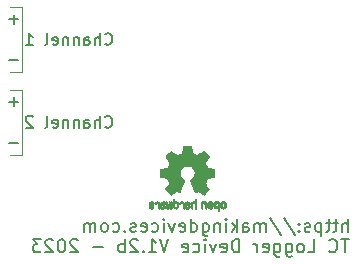
<source format=gbr>
%TF.GenerationSoftware,KiCad,Pcbnew,(5.1.12-1-g0a0a2da680)-1*%
%TF.CreationDate,2023-03-21T19:15:17+01:00*%
%TF.ProjectId,ThermoDeviceLogger,54686572-6d6f-4446-9576-6963654c6f67,rev?*%
%TF.SameCoordinates,Original*%
%TF.FileFunction,Legend,Bot*%
%TF.FilePolarity,Positive*%
%FSLAX46Y46*%
G04 Gerber Fmt 4.6, Leading zero omitted, Abs format (unit mm)*
G04 Created by KiCad (PCBNEW (5.1.12-1-g0a0a2da680)-1) date 2023-03-21 19:15:17*
%MOMM*%
%LPD*%
G01*
G04 APERTURE LIST*
%ADD10C,0.150000*%
%ADD11C,0.120000*%
%ADD12C,0.200000*%
%ADD13C,0.010000*%
G04 APERTURE END LIST*
D10*
X98047619Y-71357142D02*
X98095238Y-71404761D01*
X98238095Y-71452380D01*
X98333333Y-71452380D01*
X98476190Y-71404761D01*
X98571428Y-71309523D01*
X98619047Y-71214285D01*
X98666666Y-71023809D01*
X98666666Y-70880952D01*
X98619047Y-70690476D01*
X98571428Y-70595238D01*
X98476190Y-70500000D01*
X98333333Y-70452380D01*
X98238095Y-70452380D01*
X98095238Y-70500000D01*
X98047619Y-70547619D01*
X97619047Y-71452380D02*
X97619047Y-70452380D01*
X97190476Y-71452380D02*
X97190476Y-70928571D01*
X97238095Y-70833333D01*
X97333333Y-70785714D01*
X97476190Y-70785714D01*
X97571428Y-70833333D01*
X97619047Y-70880952D01*
X96285714Y-71452380D02*
X96285714Y-70928571D01*
X96333333Y-70833333D01*
X96428571Y-70785714D01*
X96619047Y-70785714D01*
X96714285Y-70833333D01*
X96285714Y-71404761D02*
X96380952Y-71452380D01*
X96619047Y-71452380D01*
X96714285Y-71404761D01*
X96761904Y-71309523D01*
X96761904Y-71214285D01*
X96714285Y-71119047D01*
X96619047Y-71071428D01*
X96380952Y-71071428D01*
X96285714Y-71023809D01*
X95809523Y-70785714D02*
X95809523Y-71452380D01*
X95809523Y-70880952D02*
X95761904Y-70833333D01*
X95666666Y-70785714D01*
X95523809Y-70785714D01*
X95428571Y-70833333D01*
X95380952Y-70928571D01*
X95380952Y-71452380D01*
X94904761Y-70785714D02*
X94904761Y-71452380D01*
X94904761Y-70880952D02*
X94857142Y-70833333D01*
X94761904Y-70785714D01*
X94619047Y-70785714D01*
X94523809Y-70833333D01*
X94476190Y-70928571D01*
X94476190Y-71452380D01*
X93619047Y-71404761D02*
X93714285Y-71452380D01*
X93904761Y-71452380D01*
X94000000Y-71404761D01*
X94047619Y-71309523D01*
X94047619Y-70928571D01*
X94000000Y-70833333D01*
X93904761Y-70785714D01*
X93714285Y-70785714D01*
X93619047Y-70833333D01*
X93571428Y-70928571D01*
X93571428Y-71023809D01*
X94047619Y-71119047D01*
X93000000Y-71452380D02*
X93095238Y-71404761D01*
X93142857Y-71309523D01*
X93142857Y-70452380D01*
X91904761Y-70547619D02*
X91857142Y-70500000D01*
X91761904Y-70452380D01*
X91523809Y-70452380D01*
X91428571Y-70500000D01*
X91380952Y-70547619D01*
X91333333Y-70642857D01*
X91333333Y-70738095D01*
X91380952Y-70880952D01*
X91952380Y-71452380D01*
X91333333Y-71452380D01*
X98047619Y-64357142D02*
X98095238Y-64404761D01*
X98238095Y-64452380D01*
X98333333Y-64452380D01*
X98476190Y-64404761D01*
X98571428Y-64309523D01*
X98619047Y-64214285D01*
X98666666Y-64023809D01*
X98666666Y-63880952D01*
X98619047Y-63690476D01*
X98571428Y-63595238D01*
X98476190Y-63500000D01*
X98333333Y-63452380D01*
X98238095Y-63452380D01*
X98095238Y-63500000D01*
X98047619Y-63547619D01*
X97619047Y-64452380D02*
X97619047Y-63452380D01*
X97190476Y-64452380D02*
X97190476Y-63928571D01*
X97238095Y-63833333D01*
X97333333Y-63785714D01*
X97476190Y-63785714D01*
X97571428Y-63833333D01*
X97619047Y-63880952D01*
X96285714Y-64452380D02*
X96285714Y-63928571D01*
X96333333Y-63833333D01*
X96428571Y-63785714D01*
X96619047Y-63785714D01*
X96714285Y-63833333D01*
X96285714Y-64404761D02*
X96380952Y-64452380D01*
X96619047Y-64452380D01*
X96714285Y-64404761D01*
X96761904Y-64309523D01*
X96761904Y-64214285D01*
X96714285Y-64119047D01*
X96619047Y-64071428D01*
X96380952Y-64071428D01*
X96285714Y-64023809D01*
X95809523Y-63785714D02*
X95809523Y-64452380D01*
X95809523Y-63880952D02*
X95761904Y-63833333D01*
X95666666Y-63785714D01*
X95523809Y-63785714D01*
X95428571Y-63833333D01*
X95380952Y-63928571D01*
X95380952Y-64452380D01*
X94904761Y-63785714D02*
X94904761Y-64452380D01*
X94904761Y-63880952D02*
X94857142Y-63833333D01*
X94761904Y-63785714D01*
X94619047Y-63785714D01*
X94523809Y-63833333D01*
X94476190Y-63928571D01*
X94476190Y-64452380D01*
X93619047Y-64404761D02*
X93714285Y-64452380D01*
X93904761Y-64452380D01*
X94000000Y-64404761D01*
X94047619Y-64309523D01*
X94047619Y-63928571D01*
X94000000Y-63833333D01*
X93904761Y-63785714D01*
X93714285Y-63785714D01*
X93619047Y-63833333D01*
X93571428Y-63928571D01*
X93571428Y-64023809D01*
X94047619Y-64119047D01*
X93000000Y-64452380D02*
X93095238Y-64404761D01*
X93142857Y-64309523D01*
X93142857Y-63452380D01*
X91333333Y-64452380D02*
X91904761Y-64452380D01*
X91619047Y-64452380D02*
X91619047Y-63452380D01*
X91714285Y-63595238D01*
X91809523Y-63690476D01*
X91904761Y-63738095D01*
D11*
X91000000Y-73750000D02*
X90000000Y-73750000D01*
X91000000Y-68250000D02*
X91000000Y-73750000D01*
X90000000Y-68250000D02*
X91000000Y-68250000D01*
X91000000Y-66750000D02*
X90000000Y-66750000D01*
X91000000Y-61250000D02*
X91000000Y-66750000D01*
X90000000Y-61250000D02*
X91000000Y-61250000D01*
D10*
X90710952Y-72751428D02*
X89949047Y-72751428D01*
X90710952Y-69254760D02*
X89949047Y-69254760D01*
X90330000Y-69635712D02*
X90330000Y-68873808D01*
X90710952Y-62261428D02*
X89949047Y-62261428D01*
X90330000Y-62642380D02*
X90330000Y-61880476D01*
X90710952Y-65758094D02*
X89949047Y-65758094D01*
D12*
X118607142Y-80267619D02*
X118607142Y-79167619D01*
X118135714Y-80267619D02*
X118135714Y-79691428D01*
X118188095Y-79586666D01*
X118292857Y-79534285D01*
X118450000Y-79534285D01*
X118554761Y-79586666D01*
X118607142Y-79639047D01*
X117769047Y-79534285D02*
X117350000Y-79534285D01*
X117611904Y-79167619D02*
X117611904Y-80110476D01*
X117559523Y-80215238D01*
X117454761Y-80267619D01*
X117350000Y-80267619D01*
X117140476Y-79534285D02*
X116721428Y-79534285D01*
X116983333Y-79167619D02*
X116983333Y-80110476D01*
X116930952Y-80215238D01*
X116826190Y-80267619D01*
X116721428Y-80267619D01*
X116354761Y-79534285D02*
X116354761Y-80634285D01*
X116354761Y-79586666D02*
X116250000Y-79534285D01*
X116040476Y-79534285D01*
X115935714Y-79586666D01*
X115883333Y-79639047D01*
X115830952Y-79743809D01*
X115830952Y-80058095D01*
X115883333Y-80162857D01*
X115935714Y-80215238D01*
X116040476Y-80267619D01*
X116250000Y-80267619D01*
X116354761Y-80215238D01*
X115411904Y-80215238D02*
X115307142Y-80267619D01*
X115097619Y-80267619D01*
X114992857Y-80215238D01*
X114940476Y-80110476D01*
X114940476Y-80058095D01*
X114992857Y-79953333D01*
X115097619Y-79900952D01*
X115254761Y-79900952D01*
X115359523Y-79848571D01*
X115411904Y-79743809D01*
X115411904Y-79691428D01*
X115359523Y-79586666D01*
X115254761Y-79534285D01*
X115097619Y-79534285D01*
X114992857Y-79586666D01*
X114469047Y-80162857D02*
X114416666Y-80215238D01*
X114469047Y-80267619D01*
X114521428Y-80215238D01*
X114469047Y-80162857D01*
X114469047Y-80267619D01*
X114469047Y-79586666D02*
X114416666Y-79639047D01*
X114469047Y-79691428D01*
X114521428Y-79639047D01*
X114469047Y-79586666D01*
X114469047Y-79691428D01*
X113159523Y-79115238D02*
X114102380Y-80529523D01*
X112007142Y-79115238D02*
X112950000Y-80529523D01*
X111640476Y-80267619D02*
X111640476Y-79534285D01*
X111640476Y-79639047D02*
X111588095Y-79586666D01*
X111483333Y-79534285D01*
X111326190Y-79534285D01*
X111221428Y-79586666D01*
X111169047Y-79691428D01*
X111169047Y-80267619D01*
X111169047Y-79691428D02*
X111116666Y-79586666D01*
X111011904Y-79534285D01*
X110854761Y-79534285D01*
X110750000Y-79586666D01*
X110697619Y-79691428D01*
X110697619Y-80267619D01*
X109702380Y-80267619D02*
X109702380Y-79691428D01*
X109754761Y-79586666D01*
X109859523Y-79534285D01*
X110069047Y-79534285D01*
X110173809Y-79586666D01*
X109702380Y-80215238D02*
X109807142Y-80267619D01*
X110069047Y-80267619D01*
X110173809Y-80215238D01*
X110226190Y-80110476D01*
X110226190Y-80005714D01*
X110173809Y-79900952D01*
X110069047Y-79848571D01*
X109807142Y-79848571D01*
X109702380Y-79796190D01*
X109178571Y-80267619D02*
X109178571Y-79167619D01*
X109073809Y-79848571D02*
X108759523Y-80267619D01*
X108759523Y-79534285D02*
X109178571Y-79953333D01*
X108288095Y-80267619D02*
X108288095Y-79534285D01*
X108288095Y-79167619D02*
X108340476Y-79220000D01*
X108288095Y-79272380D01*
X108235714Y-79220000D01*
X108288095Y-79167619D01*
X108288095Y-79272380D01*
X107764285Y-79534285D02*
X107764285Y-80267619D01*
X107764285Y-79639047D02*
X107711904Y-79586666D01*
X107607142Y-79534285D01*
X107450000Y-79534285D01*
X107345238Y-79586666D01*
X107292857Y-79691428D01*
X107292857Y-80267619D01*
X106297619Y-79534285D02*
X106297619Y-80424761D01*
X106350000Y-80529523D01*
X106402380Y-80581904D01*
X106507142Y-80634285D01*
X106664285Y-80634285D01*
X106769047Y-80581904D01*
X106297619Y-80215238D02*
X106402380Y-80267619D01*
X106611904Y-80267619D01*
X106716666Y-80215238D01*
X106769047Y-80162857D01*
X106821428Y-80058095D01*
X106821428Y-79743809D01*
X106769047Y-79639047D01*
X106716666Y-79586666D01*
X106611904Y-79534285D01*
X106402380Y-79534285D01*
X106297619Y-79586666D01*
X105302380Y-80267619D02*
X105302380Y-79167619D01*
X105302380Y-80215238D02*
X105407142Y-80267619D01*
X105616666Y-80267619D01*
X105721428Y-80215238D01*
X105773809Y-80162857D01*
X105826190Y-80058095D01*
X105826190Y-79743809D01*
X105773809Y-79639047D01*
X105721428Y-79586666D01*
X105616666Y-79534285D01*
X105407142Y-79534285D01*
X105302380Y-79586666D01*
X104359523Y-80215238D02*
X104464285Y-80267619D01*
X104673809Y-80267619D01*
X104778571Y-80215238D01*
X104830952Y-80110476D01*
X104830952Y-79691428D01*
X104778571Y-79586666D01*
X104673809Y-79534285D01*
X104464285Y-79534285D01*
X104359523Y-79586666D01*
X104307142Y-79691428D01*
X104307142Y-79796190D01*
X104830952Y-79900952D01*
X103940476Y-79534285D02*
X103678571Y-80267619D01*
X103416666Y-79534285D01*
X102997619Y-80267619D02*
X102997619Y-79534285D01*
X102997619Y-79167619D02*
X103050000Y-79220000D01*
X102997619Y-79272380D01*
X102945238Y-79220000D01*
X102997619Y-79167619D01*
X102997619Y-79272380D01*
X102002380Y-80215238D02*
X102107142Y-80267619D01*
X102316666Y-80267619D01*
X102421428Y-80215238D01*
X102473809Y-80162857D01*
X102526190Y-80058095D01*
X102526190Y-79743809D01*
X102473809Y-79639047D01*
X102421428Y-79586666D01*
X102316666Y-79534285D01*
X102107142Y-79534285D01*
X102002380Y-79586666D01*
X101111904Y-80215238D02*
X101216666Y-80267619D01*
X101426190Y-80267619D01*
X101530952Y-80215238D01*
X101583333Y-80110476D01*
X101583333Y-79691428D01*
X101530952Y-79586666D01*
X101426190Y-79534285D01*
X101216666Y-79534285D01*
X101111904Y-79586666D01*
X101059523Y-79691428D01*
X101059523Y-79796190D01*
X101583333Y-79900952D01*
X100640476Y-80215238D02*
X100535714Y-80267619D01*
X100326190Y-80267619D01*
X100221428Y-80215238D01*
X100169047Y-80110476D01*
X100169047Y-80058095D01*
X100221428Y-79953333D01*
X100326190Y-79900952D01*
X100483333Y-79900952D01*
X100588095Y-79848571D01*
X100640476Y-79743809D01*
X100640476Y-79691428D01*
X100588095Y-79586666D01*
X100483333Y-79534285D01*
X100326190Y-79534285D01*
X100221428Y-79586666D01*
X99697619Y-80162857D02*
X99645238Y-80215238D01*
X99697619Y-80267619D01*
X99750000Y-80215238D01*
X99697619Y-80162857D01*
X99697619Y-80267619D01*
X98702380Y-80215238D02*
X98807142Y-80267619D01*
X99016666Y-80267619D01*
X99121428Y-80215238D01*
X99173809Y-80162857D01*
X99226190Y-80058095D01*
X99226190Y-79743809D01*
X99173809Y-79639047D01*
X99121428Y-79586666D01*
X99016666Y-79534285D01*
X98807142Y-79534285D01*
X98702380Y-79586666D01*
X98073809Y-80267619D02*
X98178571Y-80215238D01*
X98230952Y-80162857D01*
X98283333Y-80058095D01*
X98283333Y-79743809D01*
X98230952Y-79639047D01*
X98178571Y-79586666D01*
X98073809Y-79534285D01*
X97916666Y-79534285D01*
X97811904Y-79586666D01*
X97759523Y-79639047D01*
X97707142Y-79743809D01*
X97707142Y-80058095D01*
X97759523Y-80162857D01*
X97811904Y-80215238D01*
X97916666Y-80267619D01*
X98073809Y-80267619D01*
X97235714Y-80267619D02*
X97235714Y-79534285D01*
X97235714Y-79639047D02*
X97183333Y-79586666D01*
X97078571Y-79534285D01*
X96921428Y-79534285D01*
X96816666Y-79586666D01*
X96764285Y-79691428D01*
X96764285Y-80267619D01*
X96764285Y-79691428D02*
X96711904Y-79586666D01*
X96607142Y-79534285D01*
X96450000Y-79534285D01*
X96345238Y-79586666D01*
X96292857Y-79691428D01*
X96292857Y-80267619D01*
X118659523Y-80897619D02*
X118030952Y-80897619D01*
X118345238Y-81997619D02*
X118345238Y-80897619D01*
X117035714Y-81892857D02*
X117088095Y-81945238D01*
X117245238Y-81997619D01*
X117350000Y-81997619D01*
X117507142Y-81945238D01*
X117611904Y-81840476D01*
X117664285Y-81735714D01*
X117716666Y-81526190D01*
X117716666Y-81369047D01*
X117664285Y-81159523D01*
X117611904Y-81054761D01*
X117507142Y-80950000D01*
X117350000Y-80897619D01*
X117245238Y-80897619D01*
X117088095Y-80950000D01*
X117035714Y-81002380D01*
X115202380Y-81997619D02*
X115726190Y-81997619D01*
X115726190Y-80897619D01*
X114678571Y-81997619D02*
X114783333Y-81945238D01*
X114835714Y-81892857D01*
X114888095Y-81788095D01*
X114888095Y-81473809D01*
X114835714Y-81369047D01*
X114783333Y-81316666D01*
X114678571Y-81264285D01*
X114521428Y-81264285D01*
X114416666Y-81316666D01*
X114364285Y-81369047D01*
X114311904Y-81473809D01*
X114311904Y-81788095D01*
X114364285Y-81892857D01*
X114416666Y-81945238D01*
X114521428Y-81997619D01*
X114678571Y-81997619D01*
X113369047Y-81264285D02*
X113369047Y-82154761D01*
X113421428Y-82259523D01*
X113473809Y-82311904D01*
X113578571Y-82364285D01*
X113735714Y-82364285D01*
X113840476Y-82311904D01*
X113369047Y-81945238D02*
X113473809Y-81997619D01*
X113683333Y-81997619D01*
X113788095Y-81945238D01*
X113840476Y-81892857D01*
X113892857Y-81788095D01*
X113892857Y-81473809D01*
X113840476Y-81369047D01*
X113788095Y-81316666D01*
X113683333Y-81264285D01*
X113473809Y-81264285D01*
X113369047Y-81316666D01*
X112373809Y-81264285D02*
X112373809Y-82154761D01*
X112426190Y-82259523D01*
X112478571Y-82311904D01*
X112583333Y-82364285D01*
X112740476Y-82364285D01*
X112845238Y-82311904D01*
X112373809Y-81945238D02*
X112478571Y-81997619D01*
X112688095Y-81997619D01*
X112792857Y-81945238D01*
X112845238Y-81892857D01*
X112897619Y-81788095D01*
X112897619Y-81473809D01*
X112845238Y-81369047D01*
X112792857Y-81316666D01*
X112688095Y-81264285D01*
X112478571Y-81264285D01*
X112373809Y-81316666D01*
X111430952Y-81945238D02*
X111535714Y-81997619D01*
X111745238Y-81997619D01*
X111850000Y-81945238D01*
X111902380Y-81840476D01*
X111902380Y-81421428D01*
X111850000Y-81316666D01*
X111745238Y-81264285D01*
X111535714Y-81264285D01*
X111430952Y-81316666D01*
X111378571Y-81421428D01*
X111378571Y-81526190D01*
X111902380Y-81630952D01*
X110907142Y-81997619D02*
X110907142Y-81264285D01*
X110907142Y-81473809D02*
X110854761Y-81369047D01*
X110802380Y-81316666D01*
X110697619Y-81264285D01*
X110592857Y-81264285D01*
X109388095Y-81997619D02*
X109388095Y-80897619D01*
X109126190Y-80897619D01*
X108969047Y-80950000D01*
X108864285Y-81054761D01*
X108811904Y-81159523D01*
X108759523Y-81369047D01*
X108759523Y-81526190D01*
X108811904Y-81735714D01*
X108864285Y-81840476D01*
X108969047Y-81945238D01*
X109126190Y-81997619D01*
X109388095Y-81997619D01*
X107869047Y-81945238D02*
X107973809Y-81997619D01*
X108183333Y-81997619D01*
X108288095Y-81945238D01*
X108340476Y-81840476D01*
X108340476Y-81421428D01*
X108288095Y-81316666D01*
X108183333Y-81264285D01*
X107973809Y-81264285D01*
X107869047Y-81316666D01*
X107816666Y-81421428D01*
X107816666Y-81526190D01*
X108340476Y-81630952D01*
X107450000Y-81264285D02*
X107188095Y-81997619D01*
X106926190Y-81264285D01*
X106507142Y-81997619D02*
X106507142Y-81264285D01*
X106507142Y-80897619D02*
X106559523Y-80950000D01*
X106507142Y-81002380D01*
X106454761Y-80950000D01*
X106507142Y-80897619D01*
X106507142Y-81002380D01*
X105511904Y-81945238D02*
X105616666Y-81997619D01*
X105826190Y-81997619D01*
X105930952Y-81945238D01*
X105983333Y-81892857D01*
X106035714Y-81788095D01*
X106035714Y-81473809D01*
X105983333Y-81369047D01*
X105930952Y-81316666D01*
X105826190Y-81264285D01*
X105616666Y-81264285D01*
X105511904Y-81316666D01*
X104621428Y-81945238D02*
X104726190Y-81997619D01*
X104935714Y-81997619D01*
X105040476Y-81945238D01*
X105092857Y-81840476D01*
X105092857Y-81421428D01*
X105040476Y-81316666D01*
X104935714Y-81264285D01*
X104726190Y-81264285D01*
X104621428Y-81316666D01*
X104569047Y-81421428D01*
X104569047Y-81526190D01*
X105092857Y-81630952D01*
X103416666Y-80897619D02*
X103049999Y-81997619D01*
X102683333Y-80897619D01*
X101740476Y-81997619D02*
X102369047Y-81997619D01*
X102054761Y-81997619D02*
X102054761Y-80897619D01*
X102159523Y-81054761D01*
X102264285Y-81159523D01*
X102369047Y-81211904D01*
X101269047Y-81892857D02*
X101216666Y-81945238D01*
X101269047Y-81997619D01*
X101321428Y-81945238D01*
X101269047Y-81892857D01*
X101269047Y-81997619D01*
X100797619Y-81002380D02*
X100745238Y-80950000D01*
X100640476Y-80897619D01*
X100378571Y-80897619D01*
X100273809Y-80950000D01*
X100221428Y-81002380D01*
X100169047Y-81107142D01*
X100169047Y-81211904D01*
X100221428Y-81369047D01*
X100849999Y-81997619D01*
X100169047Y-81997619D01*
X99697619Y-81997619D02*
X99697619Y-80897619D01*
X99697619Y-81316666D02*
X99592857Y-81264285D01*
X99383333Y-81264285D01*
X99278571Y-81316666D01*
X99226190Y-81369047D01*
X99173809Y-81473809D01*
X99173809Y-81788095D01*
X99226190Y-81892857D01*
X99278571Y-81945238D01*
X99383333Y-81997619D01*
X99592857Y-81997619D01*
X99697619Y-81945238D01*
X97864285Y-81578571D02*
X97026190Y-81578571D01*
X95716666Y-81002380D02*
X95664285Y-80950000D01*
X95559523Y-80897619D01*
X95297619Y-80897619D01*
X95192857Y-80950000D01*
X95140476Y-81002380D01*
X95088095Y-81107142D01*
X95088095Y-81211904D01*
X95140476Y-81369047D01*
X95769047Y-81997619D01*
X95088095Y-81997619D01*
X94407142Y-80897619D02*
X94302380Y-80897619D01*
X94197619Y-80950000D01*
X94145238Y-81002380D01*
X94092857Y-81107142D01*
X94040476Y-81316666D01*
X94040476Y-81578571D01*
X94092857Y-81788095D01*
X94145238Y-81892857D01*
X94197619Y-81945238D01*
X94302380Y-81997619D01*
X94407142Y-81997619D01*
X94511904Y-81945238D01*
X94564285Y-81892857D01*
X94616666Y-81788095D01*
X94669047Y-81578571D01*
X94669047Y-81316666D01*
X94616666Y-81107142D01*
X94564285Y-81002380D01*
X94511904Y-80950000D01*
X94407142Y-80897619D01*
X93621428Y-81002380D02*
X93569047Y-80950000D01*
X93464285Y-80897619D01*
X93202380Y-80897619D01*
X93097619Y-80950000D01*
X93045238Y-81002380D01*
X92992857Y-81107142D01*
X92992857Y-81211904D01*
X93045238Y-81369047D01*
X93673809Y-81997619D01*
X92992857Y-81997619D01*
X92626190Y-80897619D02*
X91945238Y-80897619D01*
X92311904Y-81316666D01*
X92154761Y-81316666D01*
X92049999Y-81369047D01*
X91997619Y-81421428D01*
X91945238Y-81526190D01*
X91945238Y-81788095D01*
X91997619Y-81892857D01*
X92049999Y-81945238D01*
X92154761Y-81997619D01*
X92469047Y-81997619D01*
X92573809Y-81945238D01*
X92626190Y-81892857D01*
D13*
%TO.C,REF\u002A\u002A*%
G36*
X104896090Y-72992348D02*
G01*
X104817546Y-72992778D01*
X104760702Y-72993942D01*
X104721895Y-72996207D01*
X104697462Y-72999940D01*
X104683738Y-73005506D01*
X104677060Y-73013273D01*
X104673764Y-73023605D01*
X104673444Y-73024943D01*
X104668438Y-73049079D01*
X104659171Y-73096701D01*
X104646608Y-73162741D01*
X104631713Y-73242128D01*
X104615449Y-73329796D01*
X104614881Y-73332875D01*
X104598590Y-73418789D01*
X104583348Y-73494696D01*
X104570139Y-73556045D01*
X104559946Y-73598282D01*
X104553752Y-73616855D01*
X104553457Y-73617184D01*
X104535212Y-73626253D01*
X104497595Y-73641367D01*
X104448729Y-73659262D01*
X104448457Y-73659358D01*
X104386907Y-73682493D01*
X104314343Y-73711965D01*
X104245943Y-73741597D01*
X104242706Y-73743062D01*
X104131298Y-73793626D01*
X103884601Y-73625160D01*
X103808923Y-73573803D01*
X103740369Y-73527889D01*
X103682912Y-73490030D01*
X103640524Y-73462837D01*
X103617175Y-73448921D01*
X103614958Y-73447889D01*
X103597990Y-73452484D01*
X103566299Y-73474655D01*
X103518648Y-73515447D01*
X103453802Y-73575905D01*
X103387603Y-73640227D01*
X103323786Y-73703612D01*
X103266671Y-73761451D01*
X103219695Y-73810175D01*
X103186297Y-73846210D01*
X103169915Y-73865984D01*
X103169306Y-73867002D01*
X103167495Y-73880572D01*
X103174317Y-73902733D01*
X103191460Y-73936478D01*
X103220607Y-73984800D01*
X103263445Y-74050692D01*
X103320552Y-74135517D01*
X103371234Y-74210177D01*
X103416539Y-74277140D01*
X103453850Y-74332516D01*
X103480548Y-74372420D01*
X103494015Y-74392962D01*
X103494863Y-74394356D01*
X103493219Y-74414038D01*
X103480755Y-74452293D01*
X103459952Y-74501889D01*
X103452538Y-74517728D01*
X103420186Y-74588290D01*
X103385672Y-74668353D01*
X103357635Y-74737629D01*
X103337432Y-74789045D01*
X103321385Y-74828119D01*
X103312112Y-74848541D01*
X103310959Y-74850114D01*
X103293904Y-74852721D01*
X103253702Y-74859863D01*
X103195698Y-74870523D01*
X103125237Y-74883685D01*
X103047665Y-74898333D01*
X102968328Y-74913449D01*
X102892569Y-74928018D01*
X102825736Y-74941022D01*
X102773172Y-74951445D01*
X102740224Y-74958270D01*
X102732143Y-74960199D01*
X102723795Y-74964962D01*
X102717494Y-74975718D01*
X102712955Y-74996098D01*
X102709896Y-75029734D01*
X102708033Y-75080255D01*
X102707082Y-75151292D01*
X102706760Y-75246476D01*
X102706743Y-75285492D01*
X102706743Y-75602799D01*
X102782943Y-75617839D01*
X102825337Y-75625995D01*
X102888600Y-75637899D01*
X102965038Y-75652116D01*
X103046957Y-75667210D01*
X103069600Y-75671355D01*
X103145194Y-75686053D01*
X103211047Y-75700505D01*
X103261634Y-75713375D01*
X103291426Y-75723322D01*
X103296388Y-75726287D01*
X103308574Y-75747283D01*
X103326047Y-75787967D01*
X103345423Y-75840322D01*
X103349266Y-75851600D01*
X103374661Y-75921523D01*
X103406183Y-76000418D01*
X103437031Y-76071266D01*
X103437183Y-76071595D01*
X103488553Y-76182733D01*
X103319601Y-76431253D01*
X103150648Y-76679772D01*
X103367571Y-76897058D01*
X103433181Y-76961726D01*
X103493021Y-77018733D01*
X103543733Y-77065033D01*
X103581954Y-77097584D01*
X103604325Y-77113343D01*
X103607534Y-77114343D01*
X103626374Y-77106469D01*
X103664820Y-77084578D01*
X103718670Y-77051267D01*
X103783724Y-77009131D01*
X103854060Y-76961943D01*
X103925445Y-76913810D01*
X103989092Y-76871928D01*
X104040959Y-76838871D01*
X104077005Y-76817218D01*
X104093133Y-76809543D01*
X104112811Y-76816037D01*
X104150125Y-76833150D01*
X104197379Y-76857326D01*
X104202388Y-76860013D01*
X104266023Y-76891927D01*
X104309659Y-76907579D01*
X104336798Y-76907745D01*
X104350943Y-76893204D01*
X104351025Y-76893000D01*
X104358095Y-76875779D01*
X104374958Y-76834899D01*
X104400305Y-76773525D01*
X104432829Y-76694819D01*
X104471222Y-76601947D01*
X104514178Y-76498072D01*
X104555778Y-76397502D01*
X104601496Y-76286516D01*
X104643474Y-76183703D01*
X104680452Y-76092215D01*
X104711173Y-76015201D01*
X104734378Y-75955815D01*
X104748810Y-75917209D01*
X104753257Y-75902800D01*
X104742104Y-75886272D01*
X104712931Y-75859930D01*
X104674029Y-75830887D01*
X104563243Y-75739039D01*
X104476649Y-75633759D01*
X104415284Y-75517266D01*
X104380185Y-75391776D01*
X104372392Y-75259507D01*
X104378057Y-75198457D01*
X104408922Y-75071795D01*
X104462080Y-74959941D01*
X104534233Y-74864001D01*
X104622083Y-74785076D01*
X104722335Y-74724270D01*
X104831690Y-74682687D01*
X104946853Y-74661428D01*
X105064525Y-74661599D01*
X105181410Y-74684301D01*
X105294211Y-74730638D01*
X105399631Y-74801713D01*
X105443632Y-74841911D01*
X105528021Y-74945129D01*
X105586778Y-75057925D01*
X105620296Y-75177010D01*
X105628965Y-75299095D01*
X105613177Y-75420893D01*
X105573322Y-75539116D01*
X105509793Y-75650475D01*
X105422979Y-75751684D01*
X105325971Y-75830887D01*
X105285563Y-75861162D01*
X105257018Y-75887219D01*
X105246743Y-75902825D01*
X105252123Y-75919843D01*
X105267425Y-75960500D01*
X105291388Y-76021642D01*
X105322756Y-76100119D01*
X105360268Y-76192780D01*
X105402667Y-76296472D01*
X105444337Y-76397526D01*
X105490310Y-76508607D01*
X105532893Y-76611541D01*
X105570779Y-76703165D01*
X105602660Y-76780316D01*
X105627229Y-76839831D01*
X105643180Y-76878544D01*
X105649090Y-76893000D01*
X105663052Y-76907685D01*
X105690060Y-76907642D01*
X105733587Y-76892099D01*
X105797110Y-76860284D01*
X105797612Y-76860013D01*
X105845440Y-76835323D01*
X105884103Y-76817338D01*
X105905905Y-76809614D01*
X105906867Y-76809543D01*
X105923279Y-76817378D01*
X105959513Y-76839165D01*
X106011526Y-76872328D01*
X106075275Y-76914291D01*
X106145940Y-76961943D01*
X106217884Y-77010191D01*
X106282726Y-77052151D01*
X106336265Y-77085227D01*
X106374303Y-77106821D01*
X106392467Y-77114343D01*
X106409192Y-77104457D01*
X106442820Y-77076826D01*
X106489990Y-77034495D01*
X106547342Y-76980505D01*
X106611516Y-76917899D01*
X106632503Y-76896983D01*
X106849501Y-76679623D01*
X106684332Y-76437220D01*
X106634136Y-76362781D01*
X106590081Y-76295972D01*
X106554638Y-76240665D01*
X106530281Y-76200729D01*
X106519478Y-76180036D01*
X106519162Y-76178563D01*
X106524857Y-76159058D01*
X106540174Y-76119822D01*
X106562463Y-76067430D01*
X106578107Y-76032355D01*
X106607359Y-75965201D01*
X106634906Y-75897358D01*
X106656263Y-75840034D01*
X106662065Y-75822572D01*
X106678548Y-75775938D01*
X106694660Y-75739905D01*
X106703510Y-75726287D01*
X106723040Y-75717952D01*
X106765666Y-75706137D01*
X106825855Y-75692181D01*
X106898078Y-75677422D01*
X106930400Y-75671355D01*
X107012478Y-75656273D01*
X107091205Y-75641669D01*
X107158891Y-75628980D01*
X107207840Y-75619642D01*
X107217057Y-75617839D01*
X107293257Y-75602799D01*
X107293257Y-75285492D01*
X107293086Y-75181154D01*
X107292384Y-75102213D01*
X107290866Y-75045038D01*
X107288251Y-75005999D01*
X107284254Y-74981465D01*
X107278591Y-74967805D01*
X107270980Y-74961389D01*
X107267857Y-74960199D01*
X107249022Y-74955980D01*
X107207412Y-74947562D01*
X107148370Y-74935961D01*
X107077243Y-74922195D01*
X106999375Y-74907280D01*
X106920113Y-74892232D01*
X106844802Y-74878069D01*
X106778787Y-74865806D01*
X106727413Y-74856461D01*
X106696025Y-74851050D01*
X106689041Y-74850114D01*
X106682715Y-74837596D01*
X106668710Y-74804246D01*
X106649645Y-74756377D01*
X106642366Y-74737629D01*
X106613004Y-74665195D01*
X106578429Y-74585170D01*
X106547463Y-74517728D01*
X106524677Y-74466159D01*
X106509518Y-74423785D01*
X106504458Y-74397834D01*
X106505264Y-74394356D01*
X106515959Y-74377936D01*
X106540380Y-74341417D01*
X106575905Y-74288687D01*
X106619913Y-74223635D01*
X106669783Y-74150151D01*
X106679644Y-74135645D01*
X106737508Y-74049704D01*
X106780044Y-73984261D01*
X106808946Y-73936304D01*
X106825910Y-73902820D01*
X106832633Y-73880795D01*
X106830810Y-73867217D01*
X106830764Y-73867131D01*
X106816414Y-73849297D01*
X106784677Y-73814817D01*
X106738990Y-73767268D01*
X106682796Y-73710222D01*
X106619532Y-73647255D01*
X106612398Y-73640227D01*
X106532670Y-73563020D01*
X106471143Y-73506330D01*
X106426579Y-73469110D01*
X106397743Y-73450315D01*
X106385042Y-73447889D01*
X106366506Y-73458471D01*
X106328039Y-73482916D01*
X106273614Y-73518612D01*
X106207202Y-73562947D01*
X106132775Y-73613311D01*
X106115399Y-73625160D01*
X105868703Y-73793626D01*
X105757294Y-73743062D01*
X105689543Y-73713595D01*
X105616817Y-73683959D01*
X105554297Y-73660330D01*
X105551543Y-73659358D01*
X105502640Y-73641457D01*
X105464943Y-73626320D01*
X105446575Y-73617210D01*
X105446544Y-73617184D01*
X105440715Y-73600717D01*
X105430808Y-73560219D01*
X105417805Y-73500242D01*
X105402691Y-73425340D01*
X105386448Y-73340064D01*
X105385119Y-73332875D01*
X105368825Y-73245014D01*
X105353867Y-73165260D01*
X105341209Y-73098681D01*
X105331814Y-73050347D01*
X105326646Y-73025325D01*
X105326556Y-73024943D01*
X105323411Y-73014299D01*
X105317296Y-73006262D01*
X105304547Y-73000467D01*
X105281500Y-72996547D01*
X105244491Y-72994135D01*
X105189856Y-72992865D01*
X105113933Y-72992371D01*
X105013056Y-72992286D01*
X105000000Y-72992286D01*
X104896090Y-72992348D01*
G37*
X104896090Y-72992348D02*
X104817546Y-72992778D01*
X104760702Y-72993942D01*
X104721895Y-72996207D01*
X104697462Y-72999940D01*
X104683738Y-73005506D01*
X104677060Y-73013273D01*
X104673764Y-73023605D01*
X104673444Y-73024943D01*
X104668438Y-73049079D01*
X104659171Y-73096701D01*
X104646608Y-73162741D01*
X104631713Y-73242128D01*
X104615449Y-73329796D01*
X104614881Y-73332875D01*
X104598590Y-73418789D01*
X104583348Y-73494696D01*
X104570139Y-73556045D01*
X104559946Y-73598282D01*
X104553752Y-73616855D01*
X104553457Y-73617184D01*
X104535212Y-73626253D01*
X104497595Y-73641367D01*
X104448729Y-73659262D01*
X104448457Y-73659358D01*
X104386907Y-73682493D01*
X104314343Y-73711965D01*
X104245943Y-73741597D01*
X104242706Y-73743062D01*
X104131298Y-73793626D01*
X103884601Y-73625160D01*
X103808923Y-73573803D01*
X103740369Y-73527889D01*
X103682912Y-73490030D01*
X103640524Y-73462837D01*
X103617175Y-73448921D01*
X103614958Y-73447889D01*
X103597990Y-73452484D01*
X103566299Y-73474655D01*
X103518648Y-73515447D01*
X103453802Y-73575905D01*
X103387603Y-73640227D01*
X103323786Y-73703612D01*
X103266671Y-73761451D01*
X103219695Y-73810175D01*
X103186297Y-73846210D01*
X103169915Y-73865984D01*
X103169306Y-73867002D01*
X103167495Y-73880572D01*
X103174317Y-73902733D01*
X103191460Y-73936478D01*
X103220607Y-73984800D01*
X103263445Y-74050692D01*
X103320552Y-74135517D01*
X103371234Y-74210177D01*
X103416539Y-74277140D01*
X103453850Y-74332516D01*
X103480548Y-74372420D01*
X103494015Y-74392962D01*
X103494863Y-74394356D01*
X103493219Y-74414038D01*
X103480755Y-74452293D01*
X103459952Y-74501889D01*
X103452538Y-74517728D01*
X103420186Y-74588290D01*
X103385672Y-74668353D01*
X103357635Y-74737629D01*
X103337432Y-74789045D01*
X103321385Y-74828119D01*
X103312112Y-74848541D01*
X103310959Y-74850114D01*
X103293904Y-74852721D01*
X103253702Y-74859863D01*
X103195698Y-74870523D01*
X103125237Y-74883685D01*
X103047665Y-74898333D01*
X102968328Y-74913449D01*
X102892569Y-74928018D01*
X102825736Y-74941022D01*
X102773172Y-74951445D01*
X102740224Y-74958270D01*
X102732143Y-74960199D01*
X102723795Y-74964962D01*
X102717494Y-74975718D01*
X102712955Y-74996098D01*
X102709896Y-75029734D01*
X102708033Y-75080255D01*
X102707082Y-75151292D01*
X102706760Y-75246476D01*
X102706743Y-75285492D01*
X102706743Y-75602799D01*
X102782943Y-75617839D01*
X102825337Y-75625995D01*
X102888600Y-75637899D01*
X102965038Y-75652116D01*
X103046957Y-75667210D01*
X103069600Y-75671355D01*
X103145194Y-75686053D01*
X103211047Y-75700505D01*
X103261634Y-75713375D01*
X103291426Y-75723322D01*
X103296388Y-75726287D01*
X103308574Y-75747283D01*
X103326047Y-75787967D01*
X103345423Y-75840322D01*
X103349266Y-75851600D01*
X103374661Y-75921523D01*
X103406183Y-76000418D01*
X103437031Y-76071266D01*
X103437183Y-76071595D01*
X103488553Y-76182733D01*
X103319601Y-76431253D01*
X103150648Y-76679772D01*
X103367571Y-76897058D01*
X103433181Y-76961726D01*
X103493021Y-77018733D01*
X103543733Y-77065033D01*
X103581954Y-77097584D01*
X103604325Y-77113343D01*
X103607534Y-77114343D01*
X103626374Y-77106469D01*
X103664820Y-77084578D01*
X103718670Y-77051267D01*
X103783724Y-77009131D01*
X103854060Y-76961943D01*
X103925445Y-76913810D01*
X103989092Y-76871928D01*
X104040959Y-76838871D01*
X104077005Y-76817218D01*
X104093133Y-76809543D01*
X104112811Y-76816037D01*
X104150125Y-76833150D01*
X104197379Y-76857326D01*
X104202388Y-76860013D01*
X104266023Y-76891927D01*
X104309659Y-76907579D01*
X104336798Y-76907745D01*
X104350943Y-76893204D01*
X104351025Y-76893000D01*
X104358095Y-76875779D01*
X104374958Y-76834899D01*
X104400305Y-76773525D01*
X104432829Y-76694819D01*
X104471222Y-76601947D01*
X104514178Y-76498072D01*
X104555778Y-76397502D01*
X104601496Y-76286516D01*
X104643474Y-76183703D01*
X104680452Y-76092215D01*
X104711173Y-76015201D01*
X104734378Y-75955815D01*
X104748810Y-75917209D01*
X104753257Y-75902800D01*
X104742104Y-75886272D01*
X104712931Y-75859930D01*
X104674029Y-75830887D01*
X104563243Y-75739039D01*
X104476649Y-75633759D01*
X104415284Y-75517266D01*
X104380185Y-75391776D01*
X104372392Y-75259507D01*
X104378057Y-75198457D01*
X104408922Y-75071795D01*
X104462080Y-74959941D01*
X104534233Y-74864001D01*
X104622083Y-74785076D01*
X104722335Y-74724270D01*
X104831690Y-74682687D01*
X104946853Y-74661428D01*
X105064525Y-74661599D01*
X105181410Y-74684301D01*
X105294211Y-74730638D01*
X105399631Y-74801713D01*
X105443632Y-74841911D01*
X105528021Y-74945129D01*
X105586778Y-75057925D01*
X105620296Y-75177010D01*
X105628965Y-75299095D01*
X105613177Y-75420893D01*
X105573322Y-75539116D01*
X105509793Y-75650475D01*
X105422979Y-75751684D01*
X105325971Y-75830887D01*
X105285563Y-75861162D01*
X105257018Y-75887219D01*
X105246743Y-75902825D01*
X105252123Y-75919843D01*
X105267425Y-75960500D01*
X105291388Y-76021642D01*
X105322756Y-76100119D01*
X105360268Y-76192780D01*
X105402667Y-76296472D01*
X105444337Y-76397526D01*
X105490310Y-76508607D01*
X105532893Y-76611541D01*
X105570779Y-76703165D01*
X105602660Y-76780316D01*
X105627229Y-76839831D01*
X105643180Y-76878544D01*
X105649090Y-76893000D01*
X105663052Y-76907685D01*
X105690060Y-76907642D01*
X105733587Y-76892099D01*
X105797110Y-76860284D01*
X105797612Y-76860013D01*
X105845440Y-76835323D01*
X105884103Y-76817338D01*
X105905905Y-76809614D01*
X105906867Y-76809543D01*
X105923279Y-76817378D01*
X105959513Y-76839165D01*
X106011526Y-76872328D01*
X106075275Y-76914291D01*
X106145940Y-76961943D01*
X106217884Y-77010191D01*
X106282726Y-77052151D01*
X106336265Y-77085227D01*
X106374303Y-77106821D01*
X106392467Y-77114343D01*
X106409192Y-77104457D01*
X106442820Y-77076826D01*
X106489990Y-77034495D01*
X106547342Y-76980505D01*
X106611516Y-76917899D01*
X106632503Y-76896983D01*
X106849501Y-76679623D01*
X106684332Y-76437220D01*
X106634136Y-76362781D01*
X106590081Y-76295972D01*
X106554638Y-76240665D01*
X106530281Y-76200729D01*
X106519478Y-76180036D01*
X106519162Y-76178563D01*
X106524857Y-76159058D01*
X106540174Y-76119822D01*
X106562463Y-76067430D01*
X106578107Y-76032355D01*
X106607359Y-75965201D01*
X106634906Y-75897358D01*
X106656263Y-75840034D01*
X106662065Y-75822572D01*
X106678548Y-75775938D01*
X106694660Y-75739905D01*
X106703510Y-75726287D01*
X106723040Y-75717952D01*
X106765666Y-75706137D01*
X106825855Y-75692181D01*
X106898078Y-75677422D01*
X106930400Y-75671355D01*
X107012478Y-75656273D01*
X107091205Y-75641669D01*
X107158891Y-75628980D01*
X107207840Y-75619642D01*
X107217057Y-75617839D01*
X107293257Y-75602799D01*
X107293257Y-75285492D01*
X107293086Y-75181154D01*
X107292384Y-75102213D01*
X107290866Y-75045038D01*
X107288251Y-75005999D01*
X107284254Y-74981465D01*
X107278591Y-74967805D01*
X107270980Y-74961389D01*
X107267857Y-74960199D01*
X107249022Y-74955980D01*
X107207412Y-74947562D01*
X107148370Y-74935961D01*
X107077243Y-74922195D01*
X106999375Y-74907280D01*
X106920113Y-74892232D01*
X106844802Y-74878069D01*
X106778787Y-74865806D01*
X106727413Y-74856461D01*
X106696025Y-74851050D01*
X106689041Y-74850114D01*
X106682715Y-74837596D01*
X106668710Y-74804246D01*
X106649645Y-74756377D01*
X106642366Y-74737629D01*
X106613004Y-74665195D01*
X106578429Y-74585170D01*
X106547463Y-74517728D01*
X106524677Y-74466159D01*
X106509518Y-74423785D01*
X106504458Y-74397834D01*
X106505264Y-74394356D01*
X106515959Y-74377936D01*
X106540380Y-74341417D01*
X106575905Y-74288687D01*
X106619913Y-74223635D01*
X106669783Y-74150151D01*
X106679644Y-74135645D01*
X106737508Y-74049704D01*
X106780044Y-73984261D01*
X106808946Y-73936304D01*
X106825910Y-73902820D01*
X106832633Y-73880795D01*
X106830810Y-73867217D01*
X106830764Y-73867131D01*
X106816414Y-73849297D01*
X106784677Y-73814817D01*
X106738990Y-73767268D01*
X106682796Y-73710222D01*
X106619532Y-73647255D01*
X106612398Y-73640227D01*
X106532670Y-73563020D01*
X106471143Y-73506330D01*
X106426579Y-73469110D01*
X106397743Y-73450315D01*
X106385042Y-73447889D01*
X106366506Y-73458471D01*
X106328039Y-73482916D01*
X106273614Y-73518612D01*
X106207202Y-73562947D01*
X106132775Y-73613311D01*
X106115399Y-73625160D01*
X105868703Y-73793626D01*
X105757294Y-73743062D01*
X105689543Y-73713595D01*
X105616817Y-73683959D01*
X105554297Y-73660330D01*
X105551543Y-73659358D01*
X105502640Y-73641457D01*
X105464943Y-73626320D01*
X105446575Y-73617210D01*
X105446544Y-73617184D01*
X105440715Y-73600717D01*
X105430808Y-73560219D01*
X105417805Y-73500242D01*
X105402691Y-73425340D01*
X105386448Y-73340064D01*
X105385119Y-73332875D01*
X105368825Y-73245014D01*
X105353867Y-73165260D01*
X105341209Y-73098681D01*
X105331814Y-73050347D01*
X105326646Y-73025325D01*
X105326556Y-73024943D01*
X105323411Y-73014299D01*
X105317296Y-73006262D01*
X105304547Y-73000467D01*
X105281500Y-72996547D01*
X105244491Y-72994135D01*
X105189856Y-72992865D01*
X105113933Y-72992371D01*
X105013056Y-72992286D01*
X105000000Y-72992286D01*
X104896090Y-72992348D01*
G36*
X101846405Y-77716966D02*
G01*
X101788979Y-77754497D01*
X101761281Y-77788096D01*
X101739338Y-77849064D01*
X101737595Y-77897308D01*
X101741543Y-77961816D01*
X101890314Y-78026934D01*
X101962651Y-78060202D01*
X102009916Y-78086964D01*
X102034493Y-78110144D01*
X102038763Y-78132667D01*
X102025111Y-78157455D01*
X102010057Y-78173886D01*
X101966254Y-78200235D01*
X101918611Y-78202081D01*
X101874855Y-78181546D01*
X101842711Y-78140752D01*
X101836962Y-78126347D01*
X101809424Y-78081356D01*
X101777742Y-78062182D01*
X101734286Y-78045779D01*
X101734286Y-78107966D01*
X101738128Y-78150283D01*
X101753177Y-78185969D01*
X101784720Y-78226943D01*
X101789408Y-78232267D01*
X101824494Y-78268720D01*
X101854653Y-78288283D01*
X101892385Y-78297283D01*
X101923665Y-78300230D01*
X101979615Y-78300965D01*
X102019445Y-78291660D01*
X102044292Y-78277846D01*
X102083344Y-78247467D01*
X102110375Y-78214613D01*
X102127483Y-78173294D01*
X102136762Y-78117521D01*
X102140307Y-78041305D01*
X102140590Y-78002622D01*
X102139628Y-77956247D01*
X102051993Y-77956247D01*
X102050977Y-77981126D01*
X102048444Y-77985200D01*
X102031726Y-77979665D01*
X101995751Y-77965017D01*
X101947669Y-77944190D01*
X101937614Y-77939714D01*
X101876848Y-77908814D01*
X101843368Y-77881657D01*
X101836010Y-77856220D01*
X101853609Y-77830481D01*
X101868144Y-77819109D01*
X101920590Y-77796364D01*
X101969678Y-77800122D01*
X102010773Y-77827884D01*
X102039242Y-77877152D01*
X102048369Y-77916257D01*
X102051993Y-77956247D01*
X102139628Y-77956247D01*
X102138715Y-77912249D01*
X102131804Y-77845384D01*
X102118116Y-77796695D01*
X102095904Y-77760849D01*
X102063426Y-77732513D01*
X102049267Y-77723355D01*
X101984947Y-77699507D01*
X101914527Y-77698006D01*
X101846405Y-77716966D01*
G37*
X101846405Y-77716966D02*
X101788979Y-77754497D01*
X101761281Y-77788096D01*
X101739338Y-77849064D01*
X101737595Y-77897308D01*
X101741543Y-77961816D01*
X101890314Y-78026934D01*
X101962651Y-78060202D01*
X102009916Y-78086964D01*
X102034493Y-78110144D01*
X102038763Y-78132667D01*
X102025111Y-78157455D01*
X102010057Y-78173886D01*
X101966254Y-78200235D01*
X101918611Y-78202081D01*
X101874855Y-78181546D01*
X101842711Y-78140752D01*
X101836962Y-78126347D01*
X101809424Y-78081356D01*
X101777742Y-78062182D01*
X101734286Y-78045779D01*
X101734286Y-78107966D01*
X101738128Y-78150283D01*
X101753177Y-78185969D01*
X101784720Y-78226943D01*
X101789408Y-78232267D01*
X101824494Y-78268720D01*
X101854653Y-78288283D01*
X101892385Y-78297283D01*
X101923665Y-78300230D01*
X101979615Y-78300965D01*
X102019445Y-78291660D01*
X102044292Y-78277846D01*
X102083344Y-78247467D01*
X102110375Y-78214613D01*
X102127483Y-78173294D01*
X102136762Y-78117521D01*
X102140307Y-78041305D01*
X102140590Y-78002622D01*
X102139628Y-77956247D01*
X102051993Y-77956247D01*
X102050977Y-77981126D01*
X102048444Y-77985200D01*
X102031726Y-77979665D01*
X101995751Y-77965017D01*
X101947669Y-77944190D01*
X101937614Y-77939714D01*
X101876848Y-77908814D01*
X101843368Y-77881657D01*
X101836010Y-77856220D01*
X101853609Y-77830481D01*
X101868144Y-77819109D01*
X101920590Y-77796364D01*
X101969678Y-77800122D01*
X102010773Y-77827884D01*
X102039242Y-77877152D01*
X102048369Y-77916257D01*
X102051993Y-77956247D01*
X102139628Y-77956247D01*
X102138715Y-77912249D01*
X102131804Y-77845384D01*
X102118116Y-77796695D01*
X102095904Y-77760849D01*
X102063426Y-77732513D01*
X102049267Y-77723355D01*
X101984947Y-77699507D01*
X101914527Y-77698006D01*
X101846405Y-77716966D01*
G36*
X102347400Y-77708752D02*
G01*
X102330052Y-77716334D01*
X102288644Y-77749128D01*
X102253235Y-77796547D01*
X102231336Y-77847151D01*
X102227771Y-77872098D01*
X102239721Y-77906927D01*
X102265933Y-77925357D01*
X102294036Y-77936516D01*
X102306905Y-77938572D01*
X102313171Y-77923649D01*
X102325544Y-77891175D01*
X102330972Y-77876502D01*
X102361410Y-77825744D01*
X102405480Y-77800427D01*
X102461990Y-77801206D01*
X102466175Y-77802203D01*
X102496345Y-77816507D01*
X102518524Y-77844393D01*
X102533673Y-77889287D01*
X102542750Y-77954615D01*
X102546714Y-78043804D01*
X102547086Y-78091261D01*
X102547270Y-78166071D01*
X102548478Y-78217069D01*
X102551691Y-78249471D01*
X102557891Y-78268495D01*
X102568060Y-78279356D01*
X102583181Y-78287272D01*
X102584054Y-78287670D01*
X102613172Y-78299981D01*
X102627597Y-78304514D01*
X102629814Y-78290809D01*
X102631711Y-78252925D01*
X102633153Y-78195715D01*
X102634002Y-78124027D01*
X102634171Y-78071565D01*
X102633308Y-77970047D01*
X102629930Y-77893032D01*
X102622858Y-77836023D01*
X102610912Y-77794526D01*
X102592910Y-77764043D01*
X102567673Y-77740080D01*
X102542753Y-77723355D01*
X102482829Y-77701097D01*
X102413089Y-77696076D01*
X102347400Y-77708752D01*
G37*
X102347400Y-77708752D02*
X102330052Y-77716334D01*
X102288644Y-77749128D01*
X102253235Y-77796547D01*
X102231336Y-77847151D01*
X102227771Y-77872098D01*
X102239721Y-77906927D01*
X102265933Y-77925357D01*
X102294036Y-77936516D01*
X102306905Y-77938572D01*
X102313171Y-77923649D01*
X102325544Y-77891175D01*
X102330972Y-77876502D01*
X102361410Y-77825744D01*
X102405480Y-77800427D01*
X102461990Y-77801206D01*
X102466175Y-77802203D01*
X102496345Y-77816507D01*
X102518524Y-77844393D01*
X102533673Y-77889287D01*
X102542750Y-77954615D01*
X102546714Y-78043804D01*
X102547086Y-78091261D01*
X102547270Y-78166071D01*
X102548478Y-78217069D01*
X102551691Y-78249471D01*
X102557891Y-78268495D01*
X102568060Y-78279356D01*
X102583181Y-78287272D01*
X102584054Y-78287670D01*
X102613172Y-78299981D01*
X102627597Y-78304514D01*
X102629814Y-78290809D01*
X102631711Y-78252925D01*
X102633153Y-78195715D01*
X102634002Y-78124027D01*
X102634171Y-78071565D01*
X102633308Y-77970047D01*
X102629930Y-77893032D01*
X102622858Y-77836023D01*
X102610912Y-77794526D01*
X102592910Y-77764043D01*
X102567673Y-77740080D01*
X102542753Y-77723355D01*
X102482829Y-77701097D01*
X102413089Y-77696076D01*
X102347400Y-77708752D01*
G36*
X102855124Y-77706335D02*
G01*
X102813333Y-77725344D01*
X102780531Y-77748378D01*
X102756497Y-77774133D01*
X102739903Y-77807358D01*
X102729423Y-77852800D01*
X102723729Y-77915207D01*
X102721493Y-77999327D01*
X102721257Y-78054721D01*
X102721257Y-78270826D01*
X102758226Y-78287670D01*
X102787344Y-78299981D01*
X102801769Y-78304514D01*
X102804528Y-78291025D01*
X102806718Y-78254653D01*
X102808058Y-78201542D01*
X102808343Y-78159372D01*
X102809566Y-78098447D01*
X102812864Y-78050115D01*
X102817679Y-78020518D01*
X102821504Y-78014229D01*
X102847217Y-78020652D01*
X102887582Y-78037125D01*
X102934321Y-78059458D01*
X102979155Y-78083457D01*
X103013807Y-78104930D01*
X103029998Y-78119685D01*
X103030062Y-78119845D01*
X103028670Y-78147152D01*
X103016182Y-78173219D01*
X102994257Y-78194392D01*
X102962257Y-78201474D01*
X102934908Y-78200649D01*
X102896174Y-78200042D01*
X102875842Y-78209116D01*
X102863631Y-78233092D01*
X102862091Y-78237613D01*
X102856797Y-78271806D01*
X102870953Y-78292568D01*
X102907852Y-78302462D01*
X102947711Y-78304292D01*
X103019438Y-78290727D01*
X103056568Y-78271355D01*
X103102424Y-78225845D01*
X103126744Y-78169983D01*
X103128927Y-78110957D01*
X103108371Y-78055953D01*
X103077451Y-78021486D01*
X103046580Y-78002189D01*
X102998058Y-77977759D01*
X102941515Y-77952985D01*
X102932090Y-77949199D01*
X102869981Y-77921791D01*
X102834178Y-77897634D01*
X102822663Y-77873619D01*
X102833420Y-77846635D01*
X102851886Y-77825543D01*
X102895531Y-77799572D01*
X102943554Y-77797624D01*
X102987594Y-77817637D01*
X103019291Y-77857551D01*
X103023451Y-77867848D01*
X103047673Y-77905724D01*
X103083035Y-77933842D01*
X103127657Y-77956917D01*
X103127657Y-77891485D01*
X103125031Y-77851506D01*
X103113770Y-77819997D01*
X103088801Y-77786378D01*
X103064831Y-77760484D01*
X103027559Y-77723817D01*
X102998599Y-77704121D01*
X102967495Y-77696220D01*
X102932287Y-77694914D01*
X102855124Y-77706335D01*
G37*
X102855124Y-77706335D02*
X102813333Y-77725344D01*
X102780531Y-77748378D01*
X102756497Y-77774133D01*
X102739903Y-77807358D01*
X102729423Y-77852800D01*
X102723729Y-77915207D01*
X102721493Y-77999327D01*
X102721257Y-78054721D01*
X102721257Y-78270826D01*
X102758226Y-78287670D01*
X102787344Y-78299981D01*
X102801769Y-78304514D01*
X102804528Y-78291025D01*
X102806718Y-78254653D01*
X102808058Y-78201542D01*
X102808343Y-78159372D01*
X102809566Y-78098447D01*
X102812864Y-78050115D01*
X102817679Y-78020518D01*
X102821504Y-78014229D01*
X102847217Y-78020652D01*
X102887582Y-78037125D01*
X102934321Y-78059458D01*
X102979155Y-78083457D01*
X103013807Y-78104930D01*
X103029998Y-78119685D01*
X103030062Y-78119845D01*
X103028670Y-78147152D01*
X103016182Y-78173219D01*
X102994257Y-78194392D01*
X102962257Y-78201474D01*
X102934908Y-78200649D01*
X102896174Y-78200042D01*
X102875842Y-78209116D01*
X102863631Y-78233092D01*
X102862091Y-78237613D01*
X102856797Y-78271806D01*
X102870953Y-78292568D01*
X102907852Y-78302462D01*
X102947711Y-78304292D01*
X103019438Y-78290727D01*
X103056568Y-78271355D01*
X103102424Y-78225845D01*
X103126744Y-78169983D01*
X103128927Y-78110957D01*
X103108371Y-78055953D01*
X103077451Y-78021486D01*
X103046580Y-78002189D01*
X102998058Y-77977759D01*
X102941515Y-77952985D01*
X102932090Y-77949199D01*
X102869981Y-77921791D01*
X102834178Y-77897634D01*
X102822663Y-77873619D01*
X102833420Y-77846635D01*
X102851886Y-77825543D01*
X102895531Y-77799572D01*
X102943554Y-77797624D01*
X102987594Y-77817637D01*
X103019291Y-77857551D01*
X103023451Y-77867848D01*
X103047673Y-77905724D01*
X103083035Y-77933842D01*
X103127657Y-77956917D01*
X103127657Y-77891485D01*
X103125031Y-77851506D01*
X103113770Y-77819997D01*
X103088801Y-77786378D01*
X103064831Y-77760484D01*
X103027559Y-77723817D01*
X102998599Y-77704121D01*
X102967495Y-77696220D01*
X102932287Y-77694914D01*
X102855124Y-77706335D01*
G36*
X103220167Y-77708663D02*
G01*
X103217952Y-77746850D01*
X103216216Y-77804886D01*
X103215101Y-77878180D01*
X103214743Y-77955055D01*
X103214743Y-78215196D01*
X103260674Y-78261127D01*
X103292325Y-78289429D01*
X103320110Y-78300893D01*
X103358085Y-78300168D01*
X103373160Y-78298321D01*
X103420274Y-78292948D01*
X103459244Y-78289869D01*
X103468743Y-78289585D01*
X103500767Y-78291445D01*
X103546568Y-78296114D01*
X103564326Y-78298321D01*
X103607943Y-78301735D01*
X103637255Y-78294320D01*
X103666320Y-78271427D01*
X103676812Y-78261127D01*
X103722743Y-78215196D01*
X103722743Y-77728602D01*
X103685774Y-77711758D01*
X103653941Y-77699282D01*
X103635317Y-77694914D01*
X103630542Y-77708718D01*
X103626079Y-77747286D01*
X103622225Y-77806356D01*
X103619278Y-77881663D01*
X103617857Y-77945286D01*
X103613886Y-78195657D01*
X103579241Y-78200556D01*
X103547732Y-78197131D01*
X103532292Y-78186041D01*
X103527977Y-78165308D01*
X103524292Y-78121145D01*
X103521531Y-78059146D01*
X103519988Y-77984909D01*
X103519765Y-77946706D01*
X103519543Y-77726783D01*
X103473834Y-77710849D01*
X103441482Y-77700015D01*
X103423885Y-77694962D01*
X103423377Y-77694914D01*
X103421612Y-77708648D01*
X103419671Y-77746730D01*
X103417718Y-77804482D01*
X103415916Y-77877227D01*
X103414657Y-77945286D01*
X103410686Y-78195657D01*
X103323600Y-78195657D01*
X103319604Y-77967240D01*
X103315608Y-77738822D01*
X103273153Y-77716868D01*
X103241808Y-77701793D01*
X103223256Y-77694951D01*
X103222721Y-77694914D01*
X103220167Y-77708663D01*
G37*
X103220167Y-77708663D02*
X103217952Y-77746850D01*
X103216216Y-77804886D01*
X103215101Y-77878180D01*
X103214743Y-77955055D01*
X103214743Y-78215196D01*
X103260674Y-78261127D01*
X103292325Y-78289429D01*
X103320110Y-78300893D01*
X103358085Y-78300168D01*
X103373160Y-78298321D01*
X103420274Y-78292948D01*
X103459244Y-78289869D01*
X103468743Y-78289585D01*
X103500767Y-78291445D01*
X103546568Y-78296114D01*
X103564326Y-78298321D01*
X103607943Y-78301735D01*
X103637255Y-78294320D01*
X103666320Y-78271427D01*
X103676812Y-78261127D01*
X103722743Y-78215196D01*
X103722743Y-77728602D01*
X103685774Y-77711758D01*
X103653941Y-77699282D01*
X103635317Y-77694914D01*
X103630542Y-77708718D01*
X103626079Y-77747286D01*
X103622225Y-77806356D01*
X103619278Y-77881663D01*
X103617857Y-77945286D01*
X103613886Y-78195657D01*
X103579241Y-78200556D01*
X103547732Y-78197131D01*
X103532292Y-78186041D01*
X103527977Y-78165308D01*
X103524292Y-78121145D01*
X103521531Y-78059146D01*
X103519988Y-77984909D01*
X103519765Y-77946706D01*
X103519543Y-77726783D01*
X103473834Y-77710849D01*
X103441482Y-77700015D01*
X103423885Y-77694962D01*
X103423377Y-77694914D01*
X103421612Y-77708648D01*
X103419671Y-77746730D01*
X103417718Y-77804482D01*
X103415916Y-77877227D01*
X103414657Y-77945286D01*
X103410686Y-78195657D01*
X103323600Y-78195657D01*
X103319604Y-77967240D01*
X103315608Y-77738822D01*
X103273153Y-77716868D01*
X103241808Y-77701793D01*
X103223256Y-77694951D01*
X103222721Y-77694914D01*
X103220167Y-77708663D01*
G36*
X103809883Y-77815358D02*
G01*
X103810067Y-77923837D01*
X103810781Y-78007287D01*
X103812325Y-78069704D01*
X103814999Y-78115085D01*
X103819106Y-78147429D01*
X103824945Y-78170733D01*
X103832818Y-78188995D01*
X103838779Y-78199418D01*
X103888145Y-78255945D01*
X103950736Y-78291377D01*
X104019987Y-78304090D01*
X104089332Y-78292463D01*
X104130625Y-78271568D01*
X104173975Y-78235422D01*
X104203519Y-78191276D01*
X104221345Y-78133462D01*
X104229537Y-78056313D01*
X104230698Y-77999714D01*
X104230542Y-77995647D01*
X104129143Y-77995647D01*
X104128524Y-78060550D01*
X104125686Y-78103514D01*
X104119160Y-78131622D01*
X104107477Y-78151953D01*
X104093517Y-78167288D01*
X104046635Y-78196890D01*
X103996299Y-78199419D01*
X103948724Y-78174705D01*
X103945021Y-78171356D01*
X103929217Y-78153935D01*
X103919307Y-78133209D01*
X103913942Y-78102362D01*
X103911772Y-78054577D01*
X103911429Y-78001748D01*
X103912173Y-77935381D01*
X103915252Y-77891106D01*
X103921939Y-77862009D01*
X103933504Y-77841173D01*
X103942987Y-77830107D01*
X103987040Y-77802198D01*
X104037776Y-77798843D01*
X104086204Y-77820159D01*
X104095550Y-77828073D01*
X104111460Y-77845647D01*
X104121390Y-77866587D01*
X104126722Y-77897782D01*
X104128837Y-77946122D01*
X104129143Y-77995647D01*
X104230542Y-77995647D01*
X104227190Y-77908568D01*
X104215274Y-77840086D01*
X104192865Y-77788600D01*
X104157876Y-77748443D01*
X104130625Y-77727861D01*
X104081093Y-77705625D01*
X104023684Y-77695304D01*
X103970318Y-77698067D01*
X103940457Y-77709212D01*
X103928739Y-77712383D01*
X103920963Y-77700557D01*
X103915535Y-77668866D01*
X103911429Y-77620593D01*
X103906933Y-77566829D01*
X103900687Y-77534482D01*
X103889324Y-77515985D01*
X103869472Y-77503770D01*
X103857000Y-77498362D01*
X103809829Y-77478601D01*
X103809883Y-77815358D01*
G37*
X103809883Y-77815358D02*
X103810067Y-77923837D01*
X103810781Y-78007287D01*
X103812325Y-78069704D01*
X103814999Y-78115085D01*
X103819106Y-78147429D01*
X103824945Y-78170733D01*
X103832818Y-78188995D01*
X103838779Y-78199418D01*
X103888145Y-78255945D01*
X103950736Y-78291377D01*
X104019987Y-78304090D01*
X104089332Y-78292463D01*
X104130625Y-78271568D01*
X104173975Y-78235422D01*
X104203519Y-78191276D01*
X104221345Y-78133462D01*
X104229537Y-78056313D01*
X104230698Y-77999714D01*
X104230542Y-77995647D01*
X104129143Y-77995647D01*
X104128524Y-78060550D01*
X104125686Y-78103514D01*
X104119160Y-78131622D01*
X104107477Y-78151953D01*
X104093517Y-78167288D01*
X104046635Y-78196890D01*
X103996299Y-78199419D01*
X103948724Y-78174705D01*
X103945021Y-78171356D01*
X103929217Y-78153935D01*
X103919307Y-78133209D01*
X103913942Y-78102362D01*
X103911772Y-78054577D01*
X103911429Y-78001748D01*
X103912173Y-77935381D01*
X103915252Y-77891106D01*
X103921939Y-77862009D01*
X103933504Y-77841173D01*
X103942987Y-77830107D01*
X103987040Y-77802198D01*
X104037776Y-77798843D01*
X104086204Y-77820159D01*
X104095550Y-77828073D01*
X104111460Y-77845647D01*
X104121390Y-77866587D01*
X104126722Y-77897782D01*
X104128837Y-77946122D01*
X104129143Y-77995647D01*
X104230542Y-77995647D01*
X104227190Y-77908568D01*
X104215274Y-77840086D01*
X104192865Y-77788600D01*
X104157876Y-77748443D01*
X104130625Y-77727861D01*
X104081093Y-77705625D01*
X104023684Y-77695304D01*
X103970318Y-77698067D01*
X103940457Y-77709212D01*
X103928739Y-77712383D01*
X103920963Y-77700557D01*
X103915535Y-77668866D01*
X103911429Y-77620593D01*
X103906933Y-77566829D01*
X103900687Y-77534482D01*
X103889324Y-77515985D01*
X103869472Y-77503770D01*
X103857000Y-77498362D01*
X103809829Y-77478601D01*
X103809883Y-77815358D01*
G36*
X104470074Y-77699755D02*
G01*
X104404142Y-77724084D01*
X104350727Y-77767117D01*
X104329836Y-77797409D01*
X104307061Y-77852994D01*
X104307534Y-77893186D01*
X104331438Y-77920217D01*
X104340283Y-77924813D01*
X104378470Y-77939144D01*
X104397972Y-77935472D01*
X104404578Y-77911407D01*
X104404914Y-77898114D01*
X104417008Y-77849210D01*
X104448529Y-77814999D01*
X104492341Y-77798476D01*
X104541305Y-77802634D01*
X104581106Y-77824227D01*
X104594550Y-77836544D01*
X104604079Y-77851487D01*
X104610515Y-77874075D01*
X104614683Y-77909328D01*
X104617403Y-77962266D01*
X104619498Y-78037907D01*
X104620040Y-78061857D01*
X104622019Y-78143790D01*
X104624269Y-78201455D01*
X104627643Y-78239608D01*
X104632994Y-78263004D01*
X104641176Y-78276398D01*
X104653041Y-78284545D01*
X104660638Y-78288144D01*
X104692898Y-78300452D01*
X104711889Y-78304514D01*
X104718164Y-78290948D01*
X104721994Y-78249934D01*
X104723400Y-78180999D01*
X104722402Y-78083669D01*
X104722092Y-78068657D01*
X104719899Y-77979859D01*
X104717307Y-77915019D01*
X104713618Y-77869067D01*
X104708136Y-77836935D01*
X104700165Y-77813553D01*
X104689007Y-77793852D01*
X104683170Y-77785410D01*
X104649704Y-77748057D01*
X104612273Y-77719003D01*
X104607691Y-77716467D01*
X104540574Y-77696443D01*
X104470074Y-77699755D01*
G37*
X104470074Y-77699755D02*
X104404142Y-77724084D01*
X104350727Y-77767117D01*
X104329836Y-77797409D01*
X104307061Y-77852994D01*
X104307534Y-77893186D01*
X104331438Y-77920217D01*
X104340283Y-77924813D01*
X104378470Y-77939144D01*
X104397972Y-77935472D01*
X104404578Y-77911407D01*
X104404914Y-77898114D01*
X104417008Y-77849210D01*
X104448529Y-77814999D01*
X104492341Y-77798476D01*
X104541305Y-77802634D01*
X104581106Y-77824227D01*
X104594550Y-77836544D01*
X104604079Y-77851487D01*
X104610515Y-77874075D01*
X104614683Y-77909328D01*
X104617403Y-77962266D01*
X104619498Y-78037907D01*
X104620040Y-78061857D01*
X104622019Y-78143790D01*
X104624269Y-78201455D01*
X104627643Y-78239608D01*
X104632994Y-78263004D01*
X104641176Y-78276398D01*
X104653041Y-78284545D01*
X104660638Y-78288144D01*
X104692898Y-78300452D01*
X104711889Y-78304514D01*
X104718164Y-78290948D01*
X104721994Y-78249934D01*
X104723400Y-78180999D01*
X104722402Y-78083669D01*
X104722092Y-78068657D01*
X104719899Y-77979859D01*
X104717307Y-77915019D01*
X104713618Y-77869067D01*
X104708136Y-77836935D01*
X104700165Y-77813553D01*
X104689007Y-77793852D01*
X104683170Y-77785410D01*
X104649704Y-77748057D01*
X104612273Y-77719003D01*
X104607691Y-77716467D01*
X104540574Y-77696443D01*
X104470074Y-77699755D01*
G36*
X104960256Y-77700968D02*
G01*
X104903384Y-77722087D01*
X104902733Y-77722493D01*
X104867560Y-77748380D01*
X104841593Y-77778633D01*
X104823330Y-77818058D01*
X104811268Y-77871462D01*
X104803904Y-77943651D01*
X104799736Y-78039432D01*
X104799371Y-78053078D01*
X104794124Y-78258842D01*
X104838284Y-78281678D01*
X104870237Y-78297110D01*
X104889530Y-78304423D01*
X104890422Y-78304514D01*
X104893761Y-78291022D01*
X104896413Y-78254626D01*
X104898044Y-78201452D01*
X104898400Y-78158393D01*
X104898408Y-78088641D01*
X104901597Y-78044837D01*
X104912712Y-78023944D01*
X104936499Y-78022925D01*
X104977704Y-78038741D01*
X105039914Y-78067815D01*
X105085659Y-78091963D01*
X105109187Y-78112913D01*
X105116104Y-78135747D01*
X105116114Y-78136877D01*
X105104701Y-78176212D01*
X105070908Y-78197462D01*
X105019191Y-78200539D01*
X104981939Y-78200006D01*
X104962297Y-78210735D01*
X104950048Y-78236505D01*
X104942998Y-78269337D01*
X104953158Y-78287966D01*
X104956983Y-78290632D01*
X104992999Y-78301340D01*
X105043434Y-78302856D01*
X105095374Y-78295759D01*
X105132178Y-78282788D01*
X105183062Y-78239585D01*
X105211986Y-78179446D01*
X105217714Y-78132462D01*
X105213343Y-78090082D01*
X105197525Y-78055488D01*
X105166203Y-78024763D01*
X105115322Y-77993990D01*
X105040824Y-77959252D01*
X105036286Y-77957288D01*
X104969179Y-77926287D01*
X104927768Y-77900862D01*
X104910019Y-77878014D01*
X104913893Y-77854745D01*
X104937357Y-77828056D01*
X104944373Y-77821914D01*
X104991370Y-77798100D01*
X105040067Y-77799103D01*
X105082478Y-77822451D01*
X105110616Y-77865675D01*
X105113231Y-77874160D01*
X105138692Y-77915308D01*
X105170999Y-77935128D01*
X105217714Y-77954770D01*
X105217714Y-77903950D01*
X105203504Y-77830082D01*
X105161325Y-77762327D01*
X105139376Y-77739661D01*
X105089483Y-77710569D01*
X105026033Y-77697400D01*
X104960256Y-77700968D01*
G37*
X104960256Y-77700968D02*
X104903384Y-77722087D01*
X104902733Y-77722493D01*
X104867560Y-77748380D01*
X104841593Y-77778633D01*
X104823330Y-77818058D01*
X104811268Y-77871462D01*
X104803904Y-77943651D01*
X104799736Y-78039432D01*
X104799371Y-78053078D01*
X104794124Y-78258842D01*
X104838284Y-78281678D01*
X104870237Y-78297110D01*
X104889530Y-78304423D01*
X104890422Y-78304514D01*
X104893761Y-78291022D01*
X104896413Y-78254626D01*
X104898044Y-78201452D01*
X104898400Y-78158393D01*
X104898408Y-78088641D01*
X104901597Y-78044837D01*
X104912712Y-78023944D01*
X104936499Y-78022925D01*
X104977704Y-78038741D01*
X105039914Y-78067815D01*
X105085659Y-78091963D01*
X105109187Y-78112913D01*
X105116104Y-78135747D01*
X105116114Y-78136877D01*
X105104701Y-78176212D01*
X105070908Y-78197462D01*
X105019191Y-78200539D01*
X104981939Y-78200006D01*
X104962297Y-78210735D01*
X104950048Y-78236505D01*
X104942998Y-78269337D01*
X104953158Y-78287966D01*
X104956983Y-78290632D01*
X104992999Y-78301340D01*
X105043434Y-78302856D01*
X105095374Y-78295759D01*
X105132178Y-78282788D01*
X105183062Y-78239585D01*
X105211986Y-78179446D01*
X105217714Y-78132462D01*
X105213343Y-78090082D01*
X105197525Y-78055488D01*
X105166203Y-78024763D01*
X105115322Y-77993990D01*
X105040824Y-77959252D01*
X105036286Y-77957288D01*
X104969179Y-77926287D01*
X104927768Y-77900862D01*
X104910019Y-77878014D01*
X104913893Y-77854745D01*
X104937357Y-77828056D01*
X104944373Y-77821914D01*
X104991370Y-77798100D01*
X105040067Y-77799103D01*
X105082478Y-77822451D01*
X105110616Y-77865675D01*
X105113231Y-77874160D01*
X105138692Y-77915308D01*
X105170999Y-77935128D01*
X105217714Y-77954770D01*
X105217714Y-77903950D01*
X105203504Y-77830082D01*
X105161325Y-77762327D01*
X105139376Y-77739661D01*
X105089483Y-77710569D01*
X105026033Y-77697400D01*
X104960256Y-77700968D01*
G36*
X105624114Y-77601289D02*
G01*
X105619861Y-77660613D01*
X105614975Y-77695572D01*
X105608205Y-77710820D01*
X105598298Y-77711015D01*
X105595086Y-77709195D01*
X105552356Y-77696015D01*
X105496773Y-77696785D01*
X105440263Y-77710333D01*
X105404918Y-77727861D01*
X105368679Y-77755861D01*
X105342187Y-77787549D01*
X105324001Y-77827813D01*
X105312678Y-77881543D01*
X105306778Y-77953626D01*
X105304857Y-78048951D01*
X105304823Y-78067237D01*
X105304800Y-78272646D01*
X105350509Y-78288580D01*
X105382973Y-78299420D01*
X105400785Y-78304468D01*
X105401309Y-78304514D01*
X105403063Y-78290828D01*
X105404556Y-78253076D01*
X105405674Y-78196224D01*
X105406303Y-78125234D01*
X105406400Y-78082073D01*
X105406602Y-77996973D01*
X105407642Y-77935981D01*
X105410169Y-77894177D01*
X105414836Y-77866642D01*
X105422293Y-77848456D01*
X105433189Y-77834698D01*
X105439993Y-77828073D01*
X105486728Y-77801375D01*
X105537728Y-77799375D01*
X105583999Y-77821955D01*
X105592556Y-77830107D01*
X105605107Y-77845436D01*
X105613812Y-77863618D01*
X105619369Y-77889909D01*
X105622474Y-77929562D01*
X105623824Y-77987832D01*
X105624114Y-78068173D01*
X105624114Y-78272646D01*
X105669823Y-78288580D01*
X105702287Y-78299420D01*
X105720099Y-78304468D01*
X105720623Y-78304514D01*
X105721963Y-78290623D01*
X105723172Y-78251439D01*
X105724199Y-78190700D01*
X105724998Y-78112141D01*
X105725519Y-78019498D01*
X105725714Y-77916509D01*
X105725714Y-77519342D01*
X105678543Y-77499444D01*
X105631371Y-77479547D01*
X105624114Y-77601289D01*
G37*
X105624114Y-77601289D02*
X105619861Y-77660613D01*
X105614975Y-77695572D01*
X105608205Y-77710820D01*
X105598298Y-77711015D01*
X105595086Y-77709195D01*
X105552356Y-77696015D01*
X105496773Y-77696785D01*
X105440263Y-77710333D01*
X105404918Y-77727861D01*
X105368679Y-77755861D01*
X105342187Y-77787549D01*
X105324001Y-77827813D01*
X105312678Y-77881543D01*
X105306778Y-77953626D01*
X105304857Y-78048951D01*
X105304823Y-78067237D01*
X105304800Y-78272646D01*
X105350509Y-78288580D01*
X105382973Y-78299420D01*
X105400785Y-78304468D01*
X105401309Y-78304514D01*
X105403063Y-78290828D01*
X105404556Y-78253076D01*
X105405674Y-78196224D01*
X105406303Y-78125234D01*
X105406400Y-78082073D01*
X105406602Y-77996973D01*
X105407642Y-77935981D01*
X105410169Y-77894177D01*
X105414836Y-77866642D01*
X105422293Y-77848456D01*
X105433189Y-77834698D01*
X105439993Y-77828073D01*
X105486728Y-77801375D01*
X105537728Y-77799375D01*
X105583999Y-77821955D01*
X105592556Y-77830107D01*
X105605107Y-77845436D01*
X105613812Y-77863618D01*
X105619369Y-77889909D01*
X105622474Y-77929562D01*
X105623824Y-77987832D01*
X105624114Y-78068173D01*
X105624114Y-78272646D01*
X105669823Y-78288580D01*
X105702287Y-78299420D01*
X105720099Y-78304468D01*
X105720623Y-78304514D01*
X105721963Y-78290623D01*
X105723172Y-78251439D01*
X105724199Y-78190700D01*
X105724998Y-78112141D01*
X105725519Y-78019498D01*
X105725714Y-77916509D01*
X105725714Y-77519342D01*
X105678543Y-77499444D01*
X105631371Y-77479547D01*
X105624114Y-77601289D01*
G36*
X106831697Y-77681239D02*
G01*
X106774473Y-77719735D01*
X106730251Y-77775335D01*
X106703833Y-77846086D01*
X106698490Y-77898162D01*
X106699097Y-77919893D01*
X106704178Y-77936531D01*
X106718145Y-77951437D01*
X106745411Y-77967973D01*
X106790388Y-77989498D01*
X106857489Y-78019374D01*
X106857829Y-78019524D01*
X106919593Y-78047813D01*
X106970241Y-78072933D01*
X107004596Y-78092179D01*
X107017482Y-78102848D01*
X107017486Y-78102934D01*
X107006128Y-78126166D01*
X106979569Y-78151774D01*
X106949077Y-78170221D01*
X106933630Y-78173886D01*
X106891485Y-78161212D01*
X106855192Y-78129471D01*
X106837483Y-78094572D01*
X106820448Y-78068845D01*
X106787078Y-78039546D01*
X106747851Y-78014235D01*
X106713244Y-78000471D01*
X106706007Y-77999714D01*
X106697861Y-78012160D01*
X106697370Y-78043972D01*
X106703357Y-78086866D01*
X106714643Y-78132558D01*
X106730050Y-78172761D01*
X106730829Y-78174322D01*
X106777196Y-78239062D01*
X106837289Y-78283097D01*
X106905535Y-78304711D01*
X106976362Y-78302185D01*
X107044196Y-78273804D01*
X107047212Y-78271808D01*
X107100573Y-78223448D01*
X107135660Y-78160352D01*
X107155078Y-78077387D01*
X107157684Y-78054078D01*
X107162299Y-77944055D01*
X107156767Y-77892748D01*
X107017486Y-77892748D01*
X107015676Y-77924753D01*
X107005778Y-77934093D01*
X106981102Y-77927105D01*
X106942205Y-77910587D01*
X106898725Y-77889881D01*
X106897644Y-77889333D01*
X106860791Y-77869949D01*
X106846000Y-77857013D01*
X106849647Y-77843451D01*
X106865005Y-77825632D01*
X106904077Y-77799845D01*
X106946154Y-77797950D01*
X106983897Y-77816717D01*
X107009966Y-77852915D01*
X107017486Y-77892748D01*
X107156767Y-77892748D01*
X107152806Y-77856027D01*
X107128450Y-77786212D01*
X107094544Y-77737302D01*
X107033347Y-77687878D01*
X106965937Y-77663359D01*
X106897120Y-77661797D01*
X106831697Y-77681239D01*
G37*
X106831697Y-77681239D02*
X106774473Y-77719735D01*
X106730251Y-77775335D01*
X106703833Y-77846086D01*
X106698490Y-77898162D01*
X106699097Y-77919893D01*
X106704178Y-77936531D01*
X106718145Y-77951437D01*
X106745411Y-77967973D01*
X106790388Y-77989498D01*
X106857489Y-78019374D01*
X106857829Y-78019524D01*
X106919593Y-78047813D01*
X106970241Y-78072933D01*
X107004596Y-78092179D01*
X107017482Y-78102848D01*
X107017486Y-78102934D01*
X107006128Y-78126166D01*
X106979569Y-78151774D01*
X106949077Y-78170221D01*
X106933630Y-78173886D01*
X106891485Y-78161212D01*
X106855192Y-78129471D01*
X106837483Y-78094572D01*
X106820448Y-78068845D01*
X106787078Y-78039546D01*
X106747851Y-78014235D01*
X106713244Y-78000471D01*
X106706007Y-77999714D01*
X106697861Y-78012160D01*
X106697370Y-78043972D01*
X106703357Y-78086866D01*
X106714643Y-78132558D01*
X106730050Y-78172761D01*
X106730829Y-78174322D01*
X106777196Y-78239062D01*
X106837289Y-78283097D01*
X106905535Y-78304711D01*
X106976362Y-78302185D01*
X107044196Y-78273804D01*
X107047212Y-78271808D01*
X107100573Y-78223448D01*
X107135660Y-78160352D01*
X107155078Y-78077387D01*
X107157684Y-78054078D01*
X107162299Y-77944055D01*
X107156767Y-77892748D01*
X107017486Y-77892748D01*
X107015676Y-77924753D01*
X107005778Y-77934093D01*
X106981102Y-77927105D01*
X106942205Y-77910587D01*
X106898725Y-77889881D01*
X106897644Y-77889333D01*
X106860791Y-77869949D01*
X106846000Y-77857013D01*
X106849647Y-77843451D01*
X106865005Y-77825632D01*
X106904077Y-77799845D01*
X106946154Y-77797950D01*
X106983897Y-77816717D01*
X107009966Y-77852915D01*
X107017486Y-77892748D01*
X107156767Y-77892748D01*
X107152806Y-77856027D01*
X107128450Y-77786212D01*
X107094544Y-77737302D01*
X107033347Y-77687878D01*
X106965937Y-77663359D01*
X106897120Y-77661797D01*
X106831697Y-77681239D01*
G36*
X107958885Y-77671962D02*
G01*
X107890855Y-77707733D01*
X107840649Y-77765301D01*
X107822815Y-77802312D01*
X107808937Y-77857882D01*
X107801833Y-77928096D01*
X107801160Y-78004727D01*
X107806573Y-78079552D01*
X107817730Y-78144342D01*
X107834286Y-78190873D01*
X107839374Y-78198887D01*
X107899645Y-78258707D01*
X107971231Y-78294535D01*
X108048908Y-78305020D01*
X108127452Y-78288810D01*
X108149311Y-78279092D01*
X108191878Y-78249143D01*
X108229237Y-78209433D01*
X108232768Y-78204397D01*
X108247119Y-78180124D01*
X108256606Y-78154178D01*
X108262210Y-78120022D01*
X108264914Y-78071119D01*
X108265701Y-78000935D01*
X108265714Y-77985200D01*
X108265678Y-77980192D01*
X108120571Y-77980192D01*
X108119727Y-78046430D01*
X108116404Y-78090386D01*
X108109417Y-78118779D01*
X108097584Y-78138325D01*
X108091543Y-78144857D01*
X108056814Y-78169680D01*
X108023097Y-78168548D01*
X107989005Y-78147016D01*
X107968671Y-78124029D01*
X107956629Y-78090478D01*
X107949866Y-78037569D01*
X107949402Y-78031399D01*
X107948248Y-77935513D01*
X107960312Y-77864299D01*
X107985430Y-77818194D01*
X108023440Y-77797635D01*
X108037008Y-77796514D01*
X108072636Y-77802152D01*
X108097006Y-77821686D01*
X108111907Y-77859042D01*
X108119125Y-77918150D01*
X108120571Y-77980192D01*
X108265678Y-77980192D01*
X108265174Y-77910413D01*
X108262904Y-77858159D01*
X108257932Y-77821949D01*
X108249287Y-77795299D01*
X108235995Y-77771722D01*
X108233057Y-77767338D01*
X108183687Y-77708249D01*
X108129891Y-77673947D01*
X108064398Y-77660331D01*
X108042158Y-77659665D01*
X107958885Y-77671962D01*
G37*
X107958885Y-77671962D02*
X107890855Y-77707733D01*
X107840649Y-77765301D01*
X107822815Y-77802312D01*
X107808937Y-77857882D01*
X107801833Y-77928096D01*
X107801160Y-78004727D01*
X107806573Y-78079552D01*
X107817730Y-78144342D01*
X107834286Y-78190873D01*
X107839374Y-78198887D01*
X107899645Y-78258707D01*
X107971231Y-78294535D01*
X108048908Y-78305020D01*
X108127452Y-78288810D01*
X108149311Y-78279092D01*
X108191878Y-78249143D01*
X108229237Y-78209433D01*
X108232768Y-78204397D01*
X108247119Y-78180124D01*
X108256606Y-78154178D01*
X108262210Y-78120022D01*
X108264914Y-78071119D01*
X108265701Y-78000935D01*
X108265714Y-77985200D01*
X108265678Y-77980192D01*
X108120571Y-77980192D01*
X108119727Y-78046430D01*
X108116404Y-78090386D01*
X108109417Y-78118779D01*
X108097584Y-78138325D01*
X108091543Y-78144857D01*
X108056814Y-78169680D01*
X108023097Y-78168548D01*
X107989005Y-78147016D01*
X107968671Y-78124029D01*
X107956629Y-78090478D01*
X107949866Y-78037569D01*
X107949402Y-78031399D01*
X107948248Y-77935513D01*
X107960312Y-77864299D01*
X107985430Y-77818194D01*
X108023440Y-77797635D01*
X108037008Y-77796514D01*
X108072636Y-77802152D01*
X108097006Y-77821686D01*
X108111907Y-77859042D01*
X108119125Y-77918150D01*
X108120571Y-77980192D01*
X108265678Y-77980192D01*
X108265174Y-77910413D01*
X108262904Y-77858159D01*
X108257932Y-77821949D01*
X108249287Y-77795299D01*
X108235995Y-77771722D01*
X108233057Y-77767338D01*
X108183687Y-77708249D01*
X108129891Y-77673947D01*
X108064398Y-77660331D01*
X108042158Y-77659665D01*
X107958885Y-77671962D01*
G36*
X106283907Y-77677780D02*
G01*
X106237328Y-77704723D01*
X106204943Y-77731466D01*
X106181258Y-77759484D01*
X106164941Y-77793748D01*
X106154661Y-77839227D01*
X106149086Y-77900892D01*
X106146884Y-77983711D01*
X106146629Y-78043246D01*
X106146629Y-78262391D01*
X106208314Y-78290044D01*
X106270000Y-78317697D01*
X106277257Y-78077670D01*
X106280256Y-77988028D01*
X106283402Y-77922962D01*
X106287299Y-77878026D01*
X106292553Y-77848770D01*
X106299769Y-77830748D01*
X106309550Y-77819511D01*
X106312688Y-77817079D01*
X106360239Y-77798083D01*
X106408303Y-77805600D01*
X106436914Y-77825543D01*
X106448553Y-77839675D01*
X106456609Y-77858220D01*
X106461729Y-77886334D01*
X106464559Y-77929173D01*
X106465744Y-77991895D01*
X106465943Y-78057261D01*
X106465982Y-78139268D01*
X106467386Y-78197316D01*
X106472086Y-78236465D01*
X106482013Y-78261780D01*
X106499097Y-78278323D01*
X106525268Y-78291156D01*
X106560225Y-78304491D01*
X106598404Y-78319007D01*
X106593859Y-78061389D01*
X106592029Y-77968519D01*
X106589888Y-77899889D01*
X106586819Y-77850711D01*
X106582206Y-77816198D01*
X106575432Y-77791562D01*
X106565881Y-77772016D01*
X106554366Y-77754770D01*
X106498810Y-77699680D01*
X106431020Y-77667822D01*
X106357287Y-77660191D01*
X106283907Y-77677780D01*
G37*
X106283907Y-77677780D02*
X106237328Y-77704723D01*
X106204943Y-77731466D01*
X106181258Y-77759484D01*
X106164941Y-77793748D01*
X106154661Y-77839227D01*
X106149086Y-77900892D01*
X106146884Y-77983711D01*
X106146629Y-78043246D01*
X106146629Y-78262391D01*
X106208314Y-78290044D01*
X106270000Y-78317697D01*
X106277257Y-78077670D01*
X106280256Y-77988028D01*
X106283402Y-77922962D01*
X106287299Y-77878026D01*
X106292553Y-77848770D01*
X106299769Y-77830748D01*
X106309550Y-77819511D01*
X106312688Y-77817079D01*
X106360239Y-77798083D01*
X106408303Y-77805600D01*
X106436914Y-77825543D01*
X106448553Y-77839675D01*
X106456609Y-77858220D01*
X106461729Y-77886334D01*
X106464559Y-77929173D01*
X106465744Y-77991895D01*
X106465943Y-78057261D01*
X106465982Y-78139268D01*
X106467386Y-78197316D01*
X106472086Y-78236465D01*
X106482013Y-78261780D01*
X106499097Y-78278323D01*
X106525268Y-78291156D01*
X106560225Y-78304491D01*
X106598404Y-78319007D01*
X106593859Y-78061389D01*
X106592029Y-77968519D01*
X106589888Y-77899889D01*
X106586819Y-77850711D01*
X106582206Y-77816198D01*
X106575432Y-77791562D01*
X106565881Y-77772016D01*
X106554366Y-77754770D01*
X106498810Y-77699680D01*
X106431020Y-77667822D01*
X106357287Y-77660191D01*
X106283907Y-77677780D01*
G36*
X107400256Y-77669918D02*
G01*
X107344799Y-77697568D01*
X107295852Y-77748480D01*
X107282371Y-77767338D01*
X107267686Y-77792015D01*
X107258158Y-77818816D01*
X107252707Y-77854587D01*
X107250253Y-77906169D01*
X107249714Y-77974267D01*
X107252148Y-78067588D01*
X107260606Y-78137657D01*
X107276826Y-78189931D01*
X107302546Y-78229869D01*
X107339503Y-78262929D01*
X107342218Y-78264886D01*
X107378640Y-78284908D01*
X107422498Y-78294815D01*
X107478276Y-78297257D01*
X107568952Y-78297257D01*
X107568990Y-78385283D01*
X107569834Y-78434308D01*
X107574976Y-78463065D01*
X107588413Y-78480311D01*
X107614142Y-78494808D01*
X107620321Y-78497769D01*
X107649236Y-78511648D01*
X107671624Y-78520414D01*
X107688271Y-78521171D01*
X107699964Y-78511023D01*
X107707490Y-78487073D01*
X107711634Y-78446426D01*
X107713185Y-78386186D01*
X107712929Y-78303455D01*
X107711651Y-78195339D01*
X107711252Y-78163000D01*
X107709815Y-78051524D01*
X107708528Y-77978603D01*
X107569029Y-77978603D01*
X107568245Y-78040499D01*
X107564760Y-78080997D01*
X107556876Y-78107708D01*
X107542895Y-78128244D01*
X107533403Y-78138260D01*
X107494596Y-78167567D01*
X107460237Y-78169952D01*
X107424784Y-78145750D01*
X107423886Y-78144857D01*
X107409461Y-78126153D01*
X107400687Y-78100732D01*
X107396261Y-78061584D01*
X107394882Y-78001697D01*
X107394857Y-77988430D01*
X107398188Y-77905901D01*
X107409031Y-77848691D01*
X107428660Y-77813766D01*
X107458350Y-77798094D01*
X107475509Y-77796514D01*
X107516234Y-77803926D01*
X107544168Y-77828330D01*
X107560983Y-77872980D01*
X107568350Y-77941130D01*
X107569029Y-77978603D01*
X107708528Y-77978603D01*
X107708292Y-77965245D01*
X107706323Y-77900333D01*
X107703550Y-77852958D01*
X107699612Y-77819290D01*
X107694151Y-77795498D01*
X107686808Y-77777753D01*
X107677223Y-77762224D01*
X107673113Y-77756381D01*
X107618595Y-77701185D01*
X107549664Y-77669890D01*
X107469928Y-77661165D01*
X107400256Y-77669918D01*
G37*
X107400256Y-77669918D02*
X107344799Y-77697568D01*
X107295852Y-77748480D01*
X107282371Y-77767338D01*
X107267686Y-77792015D01*
X107258158Y-77818816D01*
X107252707Y-77854587D01*
X107250253Y-77906169D01*
X107249714Y-77974267D01*
X107252148Y-78067588D01*
X107260606Y-78137657D01*
X107276826Y-78189931D01*
X107302546Y-78229869D01*
X107339503Y-78262929D01*
X107342218Y-78264886D01*
X107378640Y-78284908D01*
X107422498Y-78294815D01*
X107478276Y-78297257D01*
X107568952Y-78297257D01*
X107568990Y-78385283D01*
X107569834Y-78434308D01*
X107574976Y-78463065D01*
X107588413Y-78480311D01*
X107614142Y-78494808D01*
X107620321Y-78497769D01*
X107649236Y-78511648D01*
X107671624Y-78520414D01*
X107688271Y-78521171D01*
X107699964Y-78511023D01*
X107707490Y-78487073D01*
X107711634Y-78446426D01*
X107713185Y-78386186D01*
X107712929Y-78303455D01*
X107711651Y-78195339D01*
X107711252Y-78163000D01*
X107709815Y-78051524D01*
X107708528Y-77978603D01*
X107569029Y-77978603D01*
X107568245Y-78040499D01*
X107564760Y-78080997D01*
X107556876Y-78107708D01*
X107542895Y-78128244D01*
X107533403Y-78138260D01*
X107494596Y-78167567D01*
X107460237Y-78169952D01*
X107424784Y-78145750D01*
X107423886Y-78144857D01*
X107409461Y-78126153D01*
X107400687Y-78100732D01*
X107396261Y-78061584D01*
X107394882Y-78001697D01*
X107394857Y-77988430D01*
X107398188Y-77905901D01*
X107409031Y-77848691D01*
X107428660Y-77813766D01*
X107458350Y-77798094D01*
X107475509Y-77796514D01*
X107516234Y-77803926D01*
X107544168Y-77828330D01*
X107560983Y-77872980D01*
X107568350Y-77941130D01*
X107569029Y-77978603D01*
X107708528Y-77978603D01*
X107708292Y-77965245D01*
X107706323Y-77900333D01*
X107703550Y-77852958D01*
X107699612Y-77819290D01*
X107694151Y-77795498D01*
X107686808Y-77777753D01*
X107677223Y-77762224D01*
X107673113Y-77756381D01*
X107618595Y-77701185D01*
X107549664Y-77669890D01*
X107469928Y-77661165D01*
X107400256Y-77669918D01*
%TD*%
M02*

</source>
